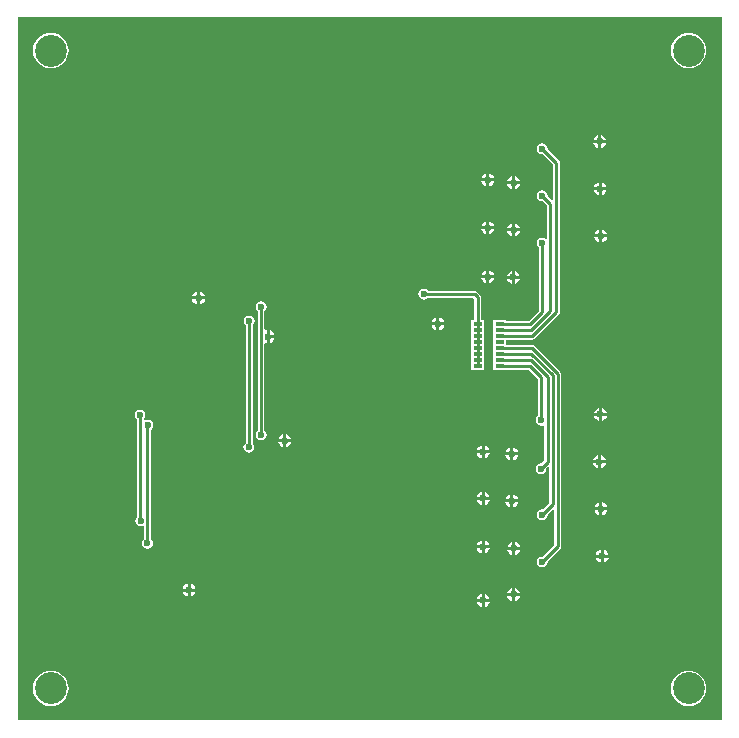
<source format=gbl>
G04*
G04 #@! TF.GenerationSoftware,Altium Limited,Altium Designer,18.1.6 (161)*
G04*
G04 Layer_Physical_Order=2*
G04 Layer_Color=16711680*
%FSLAX25Y25*%
%MOIN*%
G70*
G01*
G75*
%ADD10C,0.01000*%
%ADD38C,0.10630*%
%ADD39C,0.02362*%
%ADD40R,0.03000X0.01400*%
G36*
X235493Y1122D02*
X728D01*
Y235493D01*
X235493D01*
Y1122D01*
D02*
G37*
%LPC*%
G36*
X224409Y230353D02*
X223250Y230239D01*
X222135Y229901D01*
X221107Y229351D01*
X220207Y228612D01*
X219467Y227712D01*
X218918Y226684D01*
X218580Y225569D01*
X218466Y224410D01*
X218580Y223250D01*
X218918Y222135D01*
X219467Y221107D01*
X220207Y220207D01*
X221107Y219467D01*
X222135Y218918D01*
X223250Y218580D01*
X224409Y218466D01*
X225569Y218580D01*
X226684Y218918D01*
X227712Y219467D01*
X228612Y220207D01*
X229351Y221107D01*
X229901Y222135D01*
X230239Y223250D01*
X230353Y224410D01*
X230239Y225569D01*
X229901Y226684D01*
X229351Y227712D01*
X228612Y228612D01*
X227712Y229351D01*
X226684Y229901D01*
X225569Y230239D01*
X224409Y230353D01*
D02*
G37*
G36*
X11811D02*
X10651Y230239D01*
X9537Y229901D01*
X8509Y229351D01*
X7608Y228612D01*
X6869Y227712D01*
X6320Y226684D01*
X5982Y225569D01*
X5867Y224410D01*
X5982Y223250D01*
X6320Y222135D01*
X6869Y221107D01*
X7608Y220207D01*
X8509Y219467D01*
X9537Y218918D01*
X10651Y218580D01*
X11811Y218466D01*
X12970Y218580D01*
X14085Y218918D01*
X15113Y219467D01*
X16014Y220207D01*
X16753Y221107D01*
X17302Y222135D01*
X17640Y223250D01*
X17755Y224410D01*
X17640Y225569D01*
X17302Y226684D01*
X16753Y227712D01*
X16014Y228612D01*
X15113Y229351D01*
X14085Y229901D01*
X12970Y230239D01*
X11811Y230353D01*
D02*
G37*
G36*
X195283Y196219D02*
Y194595D01*
X196908D01*
X196838Y194946D01*
X196356Y195667D01*
X195634Y196149D01*
X195283Y196219D01*
D02*
G37*
G36*
X194283D02*
X193932Y196149D01*
X193211Y195667D01*
X192729Y194946D01*
X192659Y194595D01*
X194283D01*
Y196219D01*
D02*
G37*
G36*
X196908Y193595D02*
X195283D01*
Y191970D01*
X195634Y192040D01*
X196356Y192522D01*
X196838Y193244D01*
X196908Y193595D01*
D02*
G37*
G36*
X194283D02*
X192659D01*
X192729Y193244D01*
X193211Y192522D01*
X193932Y192040D01*
X194283Y191970D01*
Y193595D01*
D02*
G37*
G36*
X157980Y183424D02*
Y181799D01*
X159605D01*
X159535Y182150D01*
X159053Y182872D01*
X158331Y183354D01*
X157980Y183424D01*
D02*
G37*
G36*
X156980D02*
X156629Y183354D01*
X155908Y182872D01*
X155426Y182150D01*
X155356Y181799D01*
X156980D01*
Y183424D01*
D02*
G37*
G36*
X166543Y182538D02*
Y180913D01*
X168168D01*
X168098Y181264D01*
X167616Y181986D01*
X166894Y182468D01*
X166543Y182538D01*
D02*
G37*
G36*
X165543D02*
X165192Y182468D01*
X164471Y181986D01*
X163989Y181264D01*
X163919Y180913D01*
X165543D01*
Y182538D01*
D02*
G37*
G36*
X159605Y180799D02*
X157980D01*
Y179175D01*
X158331Y179245D01*
X159053Y179727D01*
X159535Y180448D01*
X159605Y180799D01*
D02*
G37*
G36*
X156980D02*
X155356D01*
X155426Y180448D01*
X155908Y179727D01*
X156629Y179245D01*
X156980Y179175D01*
Y180799D01*
D02*
G37*
G36*
X195382Y180471D02*
Y178847D01*
X197006D01*
X196936Y179198D01*
X196454Y179919D01*
X195733Y180401D01*
X195382Y180471D01*
D02*
G37*
G36*
X194382D02*
X194031Y180401D01*
X193309Y179919D01*
X192827Y179198D01*
X192757Y178847D01*
X194382D01*
Y180471D01*
D02*
G37*
G36*
X168168Y179913D02*
X166543D01*
Y178289D01*
X166894Y178359D01*
X167616Y178841D01*
X168098Y179562D01*
X168168Y179913D01*
D02*
G37*
G36*
X165543D02*
X163919D01*
X163989Y179562D01*
X164471Y178841D01*
X165192Y178359D01*
X165543Y178289D01*
Y179913D01*
D02*
G37*
G36*
X197006Y177847D02*
X195382D01*
Y176222D01*
X195733Y176292D01*
X196454Y176774D01*
X196936Y177496D01*
X197006Y177847D01*
D02*
G37*
G36*
X194382D02*
X192757D01*
X192827Y177496D01*
X193309Y176774D01*
X194031Y176292D01*
X194382Y176222D01*
Y177847D01*
D02*
G37*
G36*
X175591Y193548D02*
X174896Y193410D01*
X174306Y193016D01*
X173913Y192427D01*
X173775Y191732D01*
X173913Y191037D01*
X174306Y190448D01*
X174896Y190055D01*
X175591Y189916D01*
X175782Y189954D01*
X179225Y186512D01*
Y174643D01*
X178725Y174436D01*
X177368Y175793D01*
X177407Y175984D01*
X177268Y176679D01*
X176875Y177268D01*
X176286Y177662D01*
X175591Y177800D01*
X174896Y177662D01*
X174306Y177268D01*
X173913Y176679D01*
X173775Y175984D01*
X173913Y175289D01*
X174306Y174700D01*
X174896Y174306D01*
X175591Y174168D01*
X175782Y174206D01*
X177225Y172764D01*
Y161828D01*
X176725Y161620D01*
X176286Y161914D01*
X175591Y162052D01*
X174896Y161914D01*
X174306Y161520D01*
X173913Y160931D01*
X173775Y160236D01*
X173913Y159541D01*
X174306Y158952D01*
X174469Y158844D01*
Y137569D01*
X171187Y134287D01*
X163517D01*
Y134465D01*
X161621D01*
X161433Y134503D01*
X161246Y134465D01*
X159317D01*
Y129865D01*
Y125865D01*
Y121865D01*
Y117865D01*
X163517D01*
Y118071D01*
X170993D01*
X174075Y114989D01*
Y102574D01*
X173913Y102465D01*
X173519Y101876D01*
X173381Y101181D01*
X173519Y100486D01*
X173913Y99897D01*
X174502Y99503D01*
X175197Y99365D01*
X175856Y99496D01*
X175969Y99491D01*
X176356Y99283D01*
Y87785D01*
X175389Y86817D01*
X175197Y86855D01*
X174502Y86717D01*
X173913Y86323D01*
X173519Y85734D01*
X173381Y85039D01*
X173519Y84344D01*
X173913Y83755D01*
X174502Y83362D01*
X175197Y83223D01*
X175892Y83362D01*
X176481Y83755D01*
X176875Y84344D01*
X177013Y85039D01*
X176975Y85231D01*
X177495Y85751D01*
X177956Y85559D01*
Y73637D01*
X175782Y71463D01*
X175591Y71501D01*
X174896Y71363D01*
X174306Y70969D01*
X173913Y70380D01*
X173775Y69685D01*
X173913Y68990D01*
X174306Y68401D01*
X174896Y68007D01*
X175591Y67869D01*
X176286Y68007D01*
X176875Y68401D01*
X177268Y68990D01*
X177407Y69685D01*
X177368Y69877D01*
X179224Y71732D01*
X179685Y71541D01*
Y59618D01*
X175782Y55715D01*
X175591Y55753D01*
X174896Y55615D01*
X174306Y55221D01*
X173913Y54632D01*
X173775Y53937D01*
X173913Y53242D01*
X174306Y52653D01*
X174896Y52259D01*
X175591Y52121D01*
X176286Y52259D01*
X176875Y52653D01*
X177268Y53242D01*
X177407Y53937D01*
X177368Y54129D01*
X181600Y58360D01*
X181600Y58360D01*
X181843Y58724D01*
X181929Y59153D01*
X181929Y59154D01*
Y116632D01*
X181929Y116632D01*
X181843Y117061D01*
X181600Y117425D01*
X173067Y125958D01*
X172703Y126201D01*
X172274Y126287D01*
X172274Y126287D01*
X163517D01*
Y128044D01*
X172177D01*
X172177Y128044D01*
X172606Y128129D01*
X172970Y128372D01*
X181140Y136542D01*
X181140Y136542D01*
X181383Y136905D01*
X181468Y137335D01*
X181468Y137335D01*
Y186976D01*
X181383Y187406D01*
X181140Y187769D01*
X181140Y187769D01*
X177368Y191541D01*
X177407Y191732D01*
X177268Y192427D01*
X176875Y193016D01*
X176286Y193410D01*
X175591Y193548D01*
D02*
G37*
G36*
X157980Y167479D02*
Y165854D01*
X159605D01*
X159535Y166205D01*
X159053Y166927D01*
X158331Y167409D01*
X157980Y167479D01*
D02*
G37*
G36*
X156980D02*
X156629Y167409D01*
X155908Y166927D01*
X155426Y166205D01*
X155356Y165854D01*
X156980D01*
Y167479D01*
D02*
G37*
G36*
X166543Y166790D02*
Y165165D01*
X168168D01*
X168098Y165516D01*
X167616Y166238D01*
X166894Y166720D01*
X166543Y166790D01*
D02*
G37*
G36*
X165543D02*
X165192Y166720D01*
X164471Y166238D01*
X163989Y165516D01*
X163919Y165165D01*
X165543D01*
Y166790D01*
D02*
G37*
G36*
X159605Y164854D02*
X157980D01*
Y163230D01*
X158331Y163300D01*
X159053Y163782D01*
X159535Y164503D01*
X159605Y164854D01*
D02*
G37*
G36*
X156980D02*
X155356D01*
X155426Y164503D01*
X155908Y163782D01*
X156629Y163300D01*
X156980Y163230D01*
Y164854D01*
D02*
G37*
G36*
X195579Y164723D02*
Y163098D01*
X197203D01*
X197133Y163450D01*
X196651Y164171D01*
X195930Y164653D01*
X195579Y164723D01*
D02*
G37*
G36*
X194579D02*
X194228Y164653D01*
X193506Y164171D01*
X193024Y163450D01*
X192954Y163098D01*
X194579D01*
Y164723D01*
D02*
G37*
G36*
X168168Y164165D02*
X166543D01*
Y162541D01*
X166894Y162611D01*
X167616Y163093D01*
X168098Y163814D01*
X168168Y164165D01*
D02*
G37*
G36*
X165543D02*
X163919D01*
X163989Y163814D01*
X164471Y163093D01*
X165192Y162611D01*
X165543Y162541D01*
Y164165D01*
D02*
G37*
G36*
X197203Y162098D02*
X195579D01*
Y160474D01*
X195930Y160544D01*
X196651Y161026D01*
X197133Y161747D01*
X197203Y162098D01*
D02*
G37*
G36*
X194579D02*
X192954D01*
X193024Y161747D01*
X193506Y161026D01*
X194228Y160544D01*
X194579Y160474D01*
Y162098D01*
D02*
G37*
G36*
X157980Y151140D02*
Y149516D01*
X159605D01*
X159535Y149867D01*
X159053Y150588D01*
X158331Y151070D01*
X157980Y151140D01*
D02*
G37*
G36*
X156980D02*
X156629Y151070D01*
X155908Y150588D01*
X155426Y149867D01*
X155356Y149516D01*
X156980D01*
Y151140D01*
D02*
G37*
G36*
X166445Y150943D02*
Y149319D01*
X168069D01*
X167999Y149670D01*
X167517Y150391D01*
X166796Y150873D01*
X166445Y150943D01*
D02*
G37*
G36*
X165445D02*
X165094Y150873D01*
X164372Y150391D01*
X163890Y149670D01*
X163821Y149319D01*
X165445D01*
Y150943D01*
D02*
G37*
G36*
X159605Y148516D02*
X157980D01*
Y146891D01*
X158331Y146961D01*
X159053Y147443D01*
X159535Y148165D01*
X159605Y148516D01*
D02*
G37*
G36*
X156980D02*
X155356D01*
X155426Y148165D01*
X155908Y147443D01*
X156629Y146961D01*
X156980Y146891D01*
Y148516D01*
D02*
G37*
G36*
X168069Y148319D02*
X166445D01*
Y146695D01*
X166796Y146764D01*
X167517Y147246D01*
X167999Y147968D01*
X168069Y148319D01*
D02*
G37*
G36*
X165445D02*
X163821D01*
X163890Y147968D01*
X164372Y147246D01*
X165094Y146764D01*
X165445Y146695D01*
Y148319D01*
D02*
G37*
G36*
X61524Y144053D02*
Y142429D01*
X63148D01*
X63078Y142780D01*
X62596Y143502D01*
X61875Y143984D01*
X61524Y144053D01*
D02*
G37*
G36*
X60524D02*
X60173Y143984D01*
X59451Y143502D01*
X58969Y142780D01*
X58899Y142429D01*
X60524D01*
Y144053D01*
D02*
G37*
G36*
X63148Y141429D02*
X61524D01*
Y139805D01*
X61875Y139875D01*
X62596Y140357D01*
X63078Y141078D01*
X63148Y141429D01*
D02*
G37*
G36*
X60524D02*
X58899D01*
X58969Y141078D01*
X59451Y140357D01*
X60173Y139875D01*
X60524Y139805D01*
Y141429D01*
D02*
G37*
G36*
X141346Y135392D02*
Y133768D01*
X142971D01*
X142901Y134119D01*
X142419Y134840D01*
X141698Y135322D01*
X141346Y135392D01*
D02*
G37*
G36*
X140346D02*
X139995Y135322D01*
X139274Y134840D01*
X138792Y134119D01*
X138722Y133768D01*
X140346D01*
Y135392D01*
D02*
G37*
G36*
X142971Y132768D02*
X141346D01*
Y131143D01*
X141698Y131213D01*
X142419Y131695D01*
X142901Y132417D01*
X142971Y132768D01*
D02*
G37*
G36*
X140346D02*
X138722D01*
X138792Y132417D01*
X139274Y131695D01*
X139995Y131213D01*
X140346Y131143D01*
Y132768D01*
D02*
G37*
G36*
X84693Y131199D02*
Y129575D01*
X86317D01*
X86247Y129926D01*
X85765Y130647D01*
X85044Y131129D01*
X84693Y131199D01*
D02*
G37*
G36*
X81890Y140792D02*
X81195Y140654D01*
X80606Y140261D01*
X80212Y139671D01*
X80074Y138976D01*
X80212Y138281D01*
X80606Y137692D01*
X80768Y137584D01*
Y97751D01*
X80606Y97642D01*
X80212Y97053D01*
X80074Y96358D01*
X80212Y95663D01*
X80606Y95074D01*
X81195Y94681D01*
X81890Y94542D01*
X82585Y94681D01*
X83174Y95074D01*
X83568Y95663D01*
X83706Y96358D01*
X83568Y97053D01*
X83174Y97642D01*
X83011Y97751D01*
Y126686D01*
X83511Y126987D01*
X83693Y126950D01*
Y129075D01*
Y131199D01*
X83511Y131163D01*
X83011Y131464D01*
Y137584D01*
X83174Y137692D01*
X83568Y138281D01*
X83706Y138976D01*
X83568Y139671D01*
X83174Y140261D01*
X82585Y140654D01*
X81890Y140792D01*
D02*
G37*
G36*
X86317Y128575D02*
X84693D01*
Y126950D01*
X85044Y127020D01*
X85765Y127502D01*
X86247Y128224D01*
X86317Y128575D01*
D02*
G37*
G36*
X136122Y145025D02*
X135427Y144886D01*
X134838Y144493D01*
X134444Y143904D01*
X134306Y143209D01*
X134444Y142514D01*
X134838Y141925D01*
X135427Y141531D01*
X136122Y141393D01*
X136817Y141531D01*
X137406Y141925D01*
X137515Y142087D01*
X152582D01*
X152996Y141674D01*
Y134465D01*
X152017D01*
Y129865D01*
Y125865D01*
Y121865D01*
Y117865D01*
X156217D01*
Y121865D01*
Y125865D01*
Y129865D01*
Y134465D01*
X155239D01*
Y142138D01*
X155154Y142567D01*
X154910Y142931D01*
X154910Y142931D01*
X153840Y144002D01*
X153476Y144245D01*
X153047Y144330D01*
X153047Y144330D01*
X137515D01*
X137406Y144493D01*
X136817Y144886D01*
X136122Y145025D01*
D02*
G37*
G36*
X195480Y105274D02*
Y103650D01*
X197105D01*
X197035Y104001D01*
X196553Y104722D01*
X195831Y105204D01*
X195480Y105274D01*
D02*
G37*
G36*
X194480D02*
X194129Y105204D01*
X193408Y104722D01*
X192926Y104001D01*
X192856Y103650D01*
X194480D01*
Y105274D01*
D02*
G37*
G36*
X197105Y102650D02*
X195480D01*
Y101025D01*
X195831Y101095D01*
X196553Y101577D01*
X197035Y102299D01*
X197105Y102650D01*
D02*
G37*
G36*
X194480D02*
X192856D01*
X192926Y102299D01*
X193408Y101577D01*
X194129Y101095D01*
X194480Y101025D01*
Y102650D01*
D02*
G37*
G36*
X90264Y96514D02*
Y94890D01*
X91888D01*
X91818Y95241D01*
X91336Y95962D01*
X90615Y96444D01*
X90264Y96514D01*
D02*
G37*
G36*
X89264D02*
X88913Y96444D01*
X88191Y95962D01*
X87709Y95241D01*
X87639Y94890D01*
X89264D01*
Y96514D01*
D02*
G37*
G36*
X91888Y93890D02*
X90264D01*
Y92265D01*
X90615Y92335D01*
X91336Y92817D01*
X91818Y93539D01*
X91888Y93890D01*
D02*
G37*
G36*
X89264D02*
X87639D01*
X87709Y93539D01*
X88191Y92817D01*
X88913Y92335D01*
X89264Y92265D01*
Y93890D01*
D02*
G37*
G36*
X156405Y92774D02*
Y91150D01*
X158030D01*
X157960Y91501D01*
X157478Y92222D01*
X156756Y92704D01*
X156405Y92774D01*
D02*
G37*
G36*
X155405D02*
X155054Y92704D01*
X154333Y92222D01*
X153851Y91501D01*
X153781Y91150D01*
X155405D01*
Y92774D01*
D02*
G37*
G36*
X165953Y92085D02*
Y90461D01*
X167577D01*
X167507Y90812D01*
X167025Y91533D01*
X166304Y92015D01*
X165953Y92085D01*
D02*
G37*
G36*
X164953D02*
X164602Y92015D01*
X163880Y91533D01*
X163398Y90812D01*
X163328Y90461D01*
X164953D01*
Y92085D01*
D02*
G37*
G36*
X77953Y136068D02*
X77258Y135930D01*
X76669Y135536D01*
X76275Y134947D01*
X76137Y134252D01*
X76275Y133557D01*
X76669Y132968D01*
X76831Y132859D01*
Y93650D01*
X76472Y93410D01*
X76078Y92821D01*
X75940Y92126D01*
X76078Y91431D01*
X76472Y90842D01*
X77061Y90448D01*
X77756Y90310D01*
X78451Y90448D01*
X79040Y90842D01*
X79434Y91431D01*
X79572Y92126D01*
X79434Y92821D01*
X79074Y93359D01*
Y132859D01*
X79237Y132968D01*
X79631Y133557D01*
X79769Y134252D01*
X79631Y134947D01*
X79237Y135536D01*
X78648Y135930D01*
X77953Y136068D01*
D02*
G37*
G36*
X158030Y90150D02*
X156405D01*
Y88525D01*
X156756Y88595D01*
X157478Y89077D01*
X157960Y89799D01*
X158030Y90150D01*
D02*
G37*
G36*
X155405D02*
X153781D01*
X153851Y89799D01*
X154333Y89077D01*
X155054Y88595D01*
X155405Y88525D01*
Y90150D01*
D02*
G37*
G36*
X195185Y89526D02*
Y87902D01*
X196809D01*
X196740Y88253D01*
X196257Y88974D01*
X195536Y89456D01*
X195185Y89526D01*
D02*
G37*
G36*
X194185D02*
X193834Y89456D01*
X193113Y88974D01*
X192631Y88253D01*
X192561Y87902D01*
X194185D01*
Y89526D01*
D02*
G37*
G36*
X167577Y89461D02*
X165953D01*
Y87836D01*
X166304Y87906D01*
X167025Y88388D01*
X167507Y89110D01*
X167577Y89461D01*
D02*
G37*
G36*
X164953D02*
X163328D01*
X163398Y89110D01*
X163880Y88388D01*
X164602Y87906D01*
X164953Y87836D01*
Y89461D01*
D02*
G37*
G36*
X196809Y86902D02*
X195185D01*
Y85277D01*
X195536Y85347D01*
X196257Y85829D01*
X196740Y86551D01*
X196809Y86902D01*
D02*
G37*
G36*
X194185D02*
X192561D01*
X192631Y86551D01*
X193113Y85829D01*
X193834Y85347D01*
X194185Y85277D01*
Y86902D01*
D02*
G37*
G36*
X156405Y77223D02*
Y75598D01*
X158030D01*
X157960Y75950D01*
X157478Y76671D01*
X156756Y77153D01*
X156405Y77223D01*
D02*
G37*
G36*
X155405D02*
X155054Y77153D01*
X154333Y76671D01*
X153851Y75950D01*
X153781Y75598D01*
X155405D01*
Y77223D01*
D02*
G37*
G36*
X165953Y76435D02*
Y74811D01*
X167577D01*
X167507Y75162D01*
X167025Y75884D01*
X166304Y76366D01*
X165953Y76435D01*
D02*
G37*
G36*
X164953D02*
X164602Y76366D01*
X163880Y75884D01*
X163398Y75162D01*
X163328Y74811D01*
X164953D01*
Y76435D01*
D02*
G37*
G36*
X158030Y74598D02*
X156405D01*
Y72974D01*
X156756Y73044D01*
X157478Y73526D01*
X157960Y74247D01*
X158030Y74598D01*
D02*
G37*
G36*
X155405D02*
X153781D01*
X153851Y74247D01*
X154333Y73526D01*
X155054Y73044D01*
X155405Y72974D01*
Y74598D01*
D02*
G37*
G36*
X167577Y73811D02*
X165953D01*
Y72187D01*
X166304Y72256D01*
X167025Y72738D01*
X167507Y73460D01*
X167577Y73811D01*
D02*
G37*
G36*
X164953D02*
X163328D01*
X163398Y73460D01*
X163880Y72738D01*
X164602Y72256D01*
X164953Y72187D01*
Y73811D01*
D02*
G37*
G36*
X195677Y73778D02*
Y72154D01*
X197301D01*
X197232Y72505D01*
X196750Y73226D01*
X196028Y73708D01*
X195677Y73778D01*
D02*
G37*
G36*
X194677D02*
X194326Y73708D01*
X193605Y73226D01*
X193123Y72505D01*
X193053Y72154D01*
X194677D01*
Y73778D01*
D02*
G37*
G36*
X197301Y71153D02*
X195677D01*
Y69529D01*
X196028Y69599D01*
X196750Y70081D01*
X197232Y70802D01*
X197301Y71153D01*
D02*
G37*
G36*
X194677D02*
X193053D01*
X193123Y70802D01*
X193605Y70081D01*
X194326Y69599D01*
X194677Y69529D01*
Y71153D01*
D02*
G37*
G36*
X156405Y61081D02*
Y59457D01*
X158030D01*
X157960Y59808D01*
X157478Y60529D01*
X156756Y61011D01*
X156405Y61081D01*
D02*
G37*
G36*
X155405D02*
X155054Y61011D01*
X154333Y60529D01*
X153851Y59808D01*
X153781Y59457D01*
X155405D01*
Y61081D01*
D02*
G37*
G36*
X166642Y60589D02*
Y58965D01*
X168266D01*
X168196Y59316D01*
X167714Y60037D01*
X166993Y60519D01*
X166642Y60589D01*
D02*
G37*
G36*
X165642D02*
X165291Y60519D01*
X164569Y60037D01*
X164087Y59316D01*
X164017Y58965D01*
X165642D01*
Y60589D01*
D02*
G37*
G36*
X41535Y104670D02*
X40841Y104532D01*
X40251Y104138D01*
X39858Y103549D01*
X39719Y102854D01*
X39858Y102159D01*
X40251Y101570D01*
X40414Y101462D01*
Y68949D01*
X40055Y68411D01*
X39916Y67716D01*
X40055Y67022D01*
X40448Y66432D01*
X41037Y66039D01*
X41732Y65901D01*
X42392Y66032D01*
X42504Y66026D01*
X42892Y65819D01*
Y61629D01*
X42729Y61520D01*
X42336Y60931D01*
X42197Y60236D01*
X42336Y59541D01*
X42729Y58952D01*
X43318Y58558D01*
X44013Y58420D01*
X44708Y58558D01*
X45298Y58952D01*
X45691Y59541D01*
X45829Y60236D01*
X45691Y60931D01*
X45298Y61520D01*
X45135Y61629D01*
Y98061D01*
X45379Y98224D01*
X45772Y98813D01*
X45911Y99508D01*
X45772Y100203D01*
X45379Y100792D01*
X44789Y101186D01*
X44094Y101324D01*
X43445Y101195D01*
X43343Y101222D01*
X42941Y101481D01*
X42918Y101718D01*
X43213Y102159D01*
X43351Y102854D01*
X43213Y103549D01*
X42819Y104138D01*
X42230Y104532D01*
X41535Y104670D01*
D02*
G37*
G36*
X158030Y58457D02*
X156405D01*
Y56832D01*
X156756Y56902D01*
X157478Y57384D01*
X157960Y58106D01*
X158030Y58457D01*
D02*
G37*
G36*
X155405D02*
X153781D01*
X153851Y58106D01*
X154333Y57384D01*
X155054Y56902D01*
X155405Y56832D01*
Y58457D01*
D02*
G37*
G36*
X196071Y58030D02*
Y56406D01*
X197695D01*
X197625Y56757D01*
X197143Y57478D01*
X196422Y57960D01*
X196071Y58030D01*
D02*
G37*
G36*
X195071D02*
X194720Y57960D01*
X193998Y57478D01*
X193516Y56757D01*
X193447Y56406D01*
X195071D01*
Y58030D01*
D02*
G37*
G36*
X168266Y57965D02*
X166642D01*
Y56340D01*
X166993Y56410D01*
X167714Y56892D01*
X168196Y57614D01*
X168266Y57965D01*
D02*
G37*
G36*
X165642D02*
X164017D01*
X164087Y57614D01*
X164569Y56892D01*
X165291Y56410D01*
X165642Y56340D01*
Y57965D01*
D02*
G37*
G36*
X197695Y55405D02*
X196071D01*
Y53781D01*
X196422Y53851D01*
X197143Y54333D01*
X197625Y55054D01*
X197695Y55405D01*
D02*
G37*
G36*
X195071D02*
X193447D01*
X193516Y55054D01*
X193998Y54333D01*
X194720Y53851D01*
X195071Y53781D01*
Y55405D01*
D02*
G37*
G36*
X58374Y46711D02*
Y45087D01*
X59998D01*
X59929Y45438D01*
X59447Y46159D01*
X58725Y46641D01*
X58374Y46711D01*
D02*
G37*
G36*
X57374D02*
X57023Y46641D01*
X56301Y46159D01*
X55819Y45438D01*
X55750Y45087D01*
X57374D01*
Y46711D01*
D02*
G37*
G36*
X166543Y45235D02*
Y43610D01*
X168168D01*
X168098Y43961D01*
X167616Y44683D01*
X166894Y45165D01*
X166543Y45235D01*
D02*
G37*
G36*
X165543D02*
X165192Y45165D01*
X164471Y44683D01*
X163989Y43961D01*
X163919Y43610D01*
X165543D01*
Y45235D01*
D02*
G37*
G36*
X59998Y44087D02*
X58374D01*
Y42462D01*
X58725Y42532D01*
X59447Y43014D01*
X59929Y43736D01*
X59998Y44087D01*
D02*
G37*
G36*
X57374D02*
X55750D01*
X55819Y43736D01*
X56301Y43014D01*
X57023Y42532D01*
X57374Y42462D01*
Y44087D01*
D02*
G37*
G36*
X156405Y43266D02*
Y41642D01*
X158030D01*
X157960Y41993D01*
X157478Y42714D01*
X156756Y43196D01*
X156405Y43266D01*
D02*
G37*
G36*
X155405D02*
X155054Y43196D01*
X154333Y42714D01*
X153851Y41993D01*
X153781Y41642D01*
X155405D01*
Y43266D01*
D02*
G37*
G36*
X168168Y42610D02*
X166543D01*
Y40986D01*
X166894Y41056D01*
X167616Y41538D01*
X168098Y42259D01*
X168168Y42610D01*
D02*
G37*
G36*
X165543D02*
X163919D01*
X163989Y42259D01*
X164471Y41538D01*
X165192Y41056D01*
X165543Y40986D01*
Y42610D01*
D02*
G37*
G36*
X158030Y40642D02*
X156405D01*
Y39017D01*
X156756Y39087D01*
X157478Y39569D01*
X157960Y40291D01*
X158030Y40642D01*
D02*
G37*
G36*
X155405D02*
X153781D01*
X153851Y40291D01*
X154333Y39569D01*
X155054Y39087D01*
X155405Y39017D01*
Y40642D01*
D02*
G37*
G36*
X224409Y17755D02*
X223250Y17640D01*
X222135Y17302D01*
X221107Y16753D01*
X220207Y16014D01*
X219467Y15113D01*
X218918Y14085D01*
X218580Y12971D01*
X218466Y11811D01*
X218580Y10651D01*
X218918Y9537D01*
X219467Y8509D01*
X220207Y7608D01*
X221107Y6869D01*
X222135Y6320D01*
X223250Y5982D01*
X224409Y5867D01*
X225569Y5982D01*
X226684Y6320D01*
X227712Y6869D01*
X228612Y7608D01*
X229351Y8509D01*
X229901Y9537D01*
X230239Y10651D01*
X230353Y11811D01*
X230239Y12971D01*
X229901Y14085D01*
X229351Y15113D01*
X228612Y16014D01*
X227712Y16753D01*
X226684Y17302D01*
X225569Y17640D01*
X224409Y17755D01*
D02*
G37*
G36*
X11811D02*
X10651Y17640D01*
X9537Y17302D01*
X8509Y16753D01*
X7608Y16014D01*
X6869Y15113D01*
X6320Y14085D01*
X5982Y12971D01*
X5867Y11811D01*
X5982Y10651D01*
X6320Y9537D01*
X6869Y8509D01*
X7608Y7608D01*
X8509Y6869D01*
X9537Y6320D01*
X10651Y5982D01*
X11811Y5867D01*
X12970Y5982D01*
X14085Y6320D01*
X15113Y6869D01*
X16014Y7608D01*
X16753Y8509D01*
X17302Y9537D01*
X17640Y10651D01*
X17755Y11811D01*
X17640Y12971D01*
X17302Y14085D01*
X16753Y15113D01*
X16014Y16014D01*
X15113Y16753D01*
X14085Y17302D01*
X12970Y17640D01*
X11811Y17755D01*
D02*
G37*
%LPD*%
D10*
X154117Y133165D02*
Y142138D01*
X153047Y143209D02*
X154117Y142138D01*
X136122Y143209D02*
X153047D01*
X154117Y131165D02*
Y133165D01*
Y129165D02*
Y131165D01*
Y127165D02*
Y129165D01*
Y125165D02*
Y127165D01*
Y123165D02*
Y125165D01*
Y121165D02*
Y123165D01*
Y119165D02*
Y121165D01*
X175591Y191732D02*
X180346Y186976D01*
X175591Y191732D02*
X175591D01*
X161417Y133365D02*
X161433Y133381D01*
X175591Y175984D02*
X178346Y173228D01*
X161417Y119165D02*
X161445Y119193D01*
X175197Y101181D02*
Y115454D01*
X171458Y119193D02*
X175197Y115454D01*
X161417Y121165D02*
X171748D01*
X161445Y119193D02*
X171458D01*
X177478Y87321D02*
Y115435D01*
X175197Y85039D02*
X177478Y87321D01*
X171748Y121165D02*
X177478Y115435D01*
X175591Y69685D02*
X179078Y73172D01*
X175591Y53937D02*
X180807Y59153D01*
X179078Y73172D02*
Y116098D01*
X161417Y123165D02*
X172011D01*
X179078Y116098D01*
X180807Y59153D02*
Y116632D01*
X161417Y125165D02*
X172274D01*
X180807Y116632D01*
X41535Y67913D02*
X41732Y67716D01*
X41535Y67913D02*
Y102854D01*
X44013Y99427D02*
X44094Y99508D01*
X44013Y60236D02*
Y99427D01*
X161417Y129165D02*
X172177D01*
X180346Y137335D01*
Y186976D01*
X161417Y131165D02*
X171914D01*
X178346Y137597D01*
Y173228D01*
X161417Y133165D02*
X171652D01*
X175591Y137104D01*
Y160236D01*
X77756Y92126D02*
X77953Y92323D01*
Y134252D01*
X81890Y96358D02*
Y138976D01*
D38*
X224409Y224410D02*
D03*
X11811D02*
D03*
X224409Y11811D02*
D03*
X11811D02*
D03*
D39*
X136122Y143209D02*
D03*
X175591Y191732D02*
D03*
Y175984D02*
D03*
Y53937D02*
D03*
Y69685D02*
D03*
X175197Y85039D02*
D03*
Y101181D02*
D03*
X175591Y160236D02*
D03*
X41535Y102854D02*
D03*
X41732Y67716D02*
D03*
X44013Y60236D02*
D03*
X44094Y99508D02*
D03*
X77756Y92126D02*
D03*
X57874Y44587D02*
D03*
X89764Y94390D02*
D03*
X84193Y129075D02*
D03*
X140846Y133268D02*
D03*
X194783Y194095D02*
D03*
X194882Y178347D02*
D03*
X195079Y162598D02*
D03*
X194980Y103150D02*
D03*
X194685Y87402D02*
D03*
X195177Y71653D02*
D03*
X195571Y55905D02*
D03*
X155905Y41142D02*
D03*
Y58957D02*
D03*
Y75098D02*
D03*
Y90650D02*
D03*
X157480Y149016D02*
D03*
Y165354D02*
D03*
Y181299D02*
D03*
X61024Y141929D02*
D03*
X81890Y96358D02*
D03*
X166043Y43110D02*
D03*
X166142Y58465D02*
D03*
X165453Y74311D02*
D03*
Y89961D02*
D03*
X165945Y148819D02*
D03*
X166043Y164665D02*
D03*
Y180413D02*
D03*
X77953Y134252D02*
D03*
X81890Y138976D02*
D03*
D40*
X161417Y133165D02*
D03*
Y131165D02*
D03*
Y129165D02*
D03*
Y127165D02*
D03*
Y125165D02*
D03*
Y123165D02*
D03*
Y121165D02*
D03*
Y119165D02*
D03*
X154117D02*
D03*
Y121165D02*
D03*
Y123165D02*
D03*
Y125165D02*
D03*
Y127165D02*
D03*
Y129165D02*
D03*
Y131165D02*
D03*
Y133165D02*
D03*
M02*

</source>
